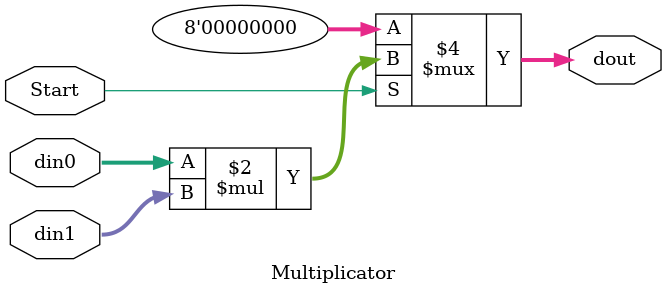
<source format=v>
`timescale 1ns / 1ps

module Multiplicator( //°ö¼À ¿¬»êÀ» ¼öÇàÇÏ´Â ¸ðµâ
    Start, din0, din1, dout
);

input Start; //1bit input
input [3:0] din0; //4bit input
input [3:0] din1; //4bit input
output reg [7:0] dout; //8bit output

always @(*) begin //¾Æ·¡ ¸ðµç ½ÅÈ£ Áß ÇÏ³ª¶óµµ °ªÀÌ º¯ÇÏ¸é ½ÇÇà
    //Start°¡ 1ÀÌ¸é, Image¿Í FilterÀÇ °ö¼À ¿¬»ê ¼öÇà
    if(Start) dout = din0 * din1;
    else dout = 8'b0; //Start°¡ 0ÀÏ ¶§
end

endmodule

</source>
